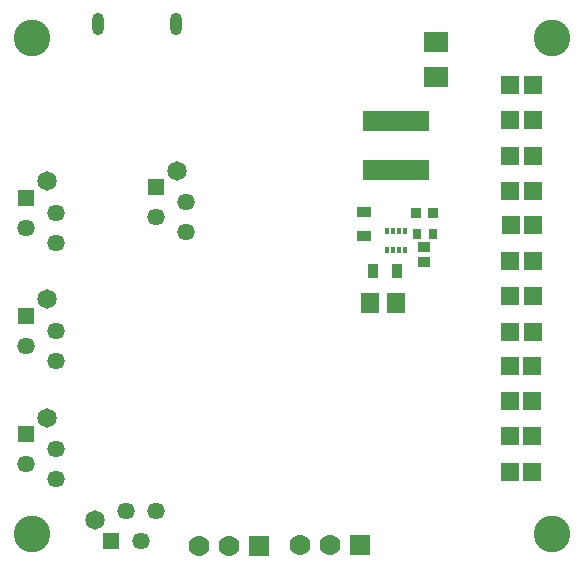
<source format=gbr>
%TF.GenerationSoftware,Altium Limited,Altium Designer,22.10.1 (41)*%
G04 Layer_Color=16711935*
%FSLAX45Y45*%
%MOMM*%
%TF.SameCoordinates,46D62589-93FC-40D0-8CC9-1CC447A4D7C4*%
%TF.FilePolarity,Negative*%
%TF.FileFunction,Soldermask,Bot*%
%TF.Part,Single*%
G01*
G75*
%TA.AperFunction,SMDPad,CuDef*%
%ADD11R,0.95620X1.20620*%
%ADD12R,1.20620X0.95620*%
%ADD54R,0.95814X0.91213*%
%ADD58R,1.55395X1.70620*%
%ADD66R,1.05000X0.90000*%
%ADD67R,2.10000X1.75000*%
%ADD68R,5.70000X1.75000*%
%ADD69R,0.40000X0.57500*%
%ADD70R,0.70000X0.90000*%
%ADD71R,1.50000X1.60000*%
%TA.AperFunction,ComponentPad*%
%ADD72R,1.45800X1.45800*%
%ADD73C,1.45800*%
%ADD74C,1.65000*%
%ADD75R,1.76500X1.76500*%
%ADD76C,1.76500*%
%ADD77R,1.45800X1.45800*%
%ADD78O,1.00000X1.90000*%
%TA.AperFunction,WasherPad*%
%ADD79C,3.10000*%
D11*
X6692500Y5131223D02*
D03*
X6487500D02*
D03*
D12*
X6406544Y5424340D02*
D03*
Y5629339D02*
D03*
D54*
X6847301Y5617190D02*
D03*
X6992699D02*
D03*
D58*
X6462388Y4860888D02*
D03*
X6677613D02*
D03*
D66*
X6920000Y5335000D02*
D03*
Y5205000D02*
D03*
D67*
X7020000Y6773000D02*
D03*
Y7068000D02*
D03*
D68*
X6680000Y6395074D02*
D03*
Y5980074D02*
D03*
D69*
X6754782Y5302759D02*
D03*
X6704781D02*
D03*
X6654781D02*
D03*
X6604781D02*
D03*
Y5470358D02*
D03*
X6654781D02*
D03*
X6704781D02*
D03*
X6754782D02*
D03*
D70*
X6859806Y5440000D02*
D03*
X6989806D02*
D03*
D71*
X7833482Y4027063D02*
D03*
X7643485D02*
D03*
X7833482Y3427065D02*
D03*
X7643485D02*
D03*
X7833482Y3727064D02*
D03*
X7643485D02*
D03*
X7833482Y4327068D02*
D03*
X7643485D02*
D03*
X7836891Y4614692D02*
D03*
X7646888D02*
D03*
X7836891Y4914692D02*
D03*
X7646888D02*
D03*
X7836891Y5214691D02*
D03*
X7646888D02*
D03*
X7841889Y5514691D02*
D03*
X7651887D02*
D03*
X7836891Y5803829D02*
D03*
X7646888D02*
D03*
X7836891Y6103833D02*
D03*
X7646888D02*
D03*
X7836891Y6403833D02*
D03*
X7646888D02*
D03*
X7836891Y6703832D02*
D03*
X7646888D02*
D03*
D72*
X4646000Y5837000D02*
D03*
X3546003Y5747001D02*
D03*
Y3747000D02*
D03*
Y4746998D02*
D03*
D73*
X4900000Y5710000D02*
D03*
X4646000Y5583000D02*
D03*
X4900000Y5456000D02*
D03*
X4651000Y3096572D02*
D03*
X4524000Y2842572D02*
D03*
X4397000Y3096572D02*
D03*
X3800003Y5366001D02*
D03*
X3546003Y5493001D02*
D03*
X3800003Y5620001D02*
D03*
Y3366000D02*
D03*
X3546003Y3493000D02*
D03*
X3800003Y3620000D02*
D03*
Y4365998D02*
D03*
X3546003Y4492998D02*
D03*
X3800003Y4619998D02*
D03*
D74*
X4826000Y5977000D02*
D03*
X4130000Y3022572D02*
D03*
X3726002Y5887001D02*
D03*
Y3887000D02*
D03*
Y4886998D02*
D03*
D75*
X6374000Y2810000D02*
D03*
X5524000Y2800000D02*
D03*
D76*
X6120000Y2810000D02*
D03*
X5866000D02*
D03*
X5270000Y2800000D02*
D03*
X5016000D02*
D03*
D77*
X4270000Y2842572D02*
D03*
D78*
X4819625Y7216460D02*
D03*
X4159626D02*
D03*
D79*
X7999999Y2899999D02*
D03*
Y7100001D02*
D03*
X3599998Y2899999D02*
D03*
Y7100001D02*
D03*
%TF.MD5,a5b1aaa08b48be897f6015369a66b392*%
M02*

</source>
